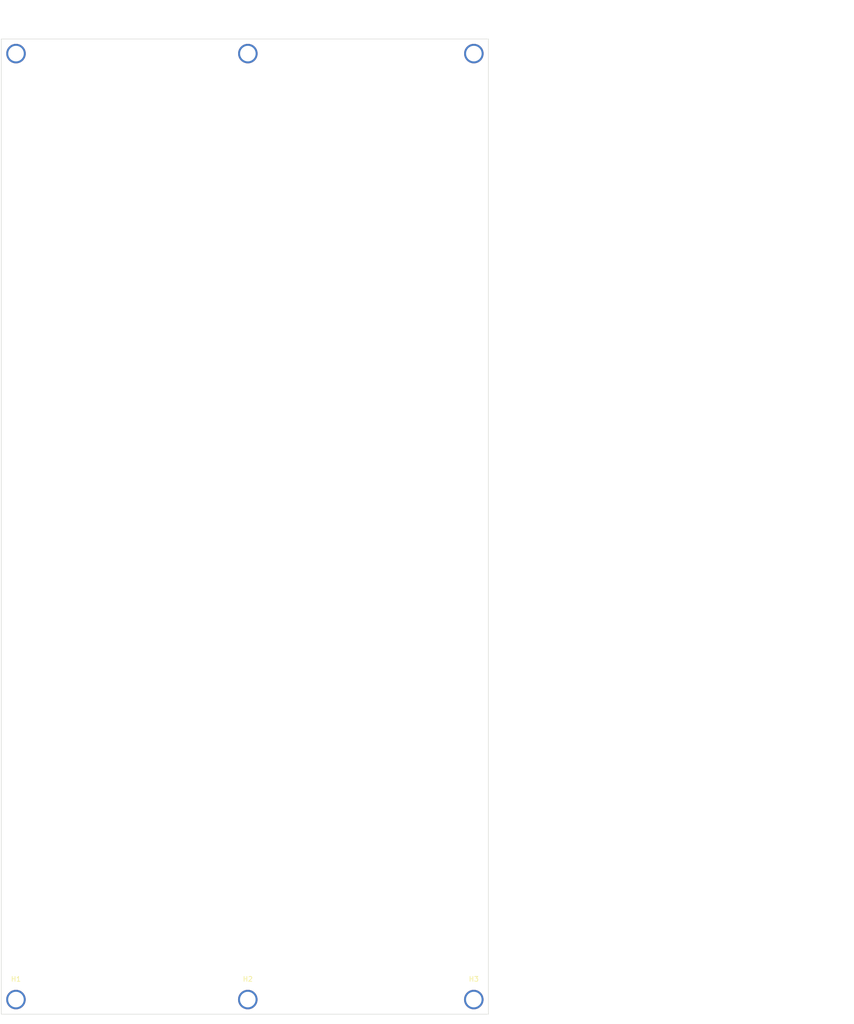
<source format=kicad_pcb>
(kicad_pcb (version 20171130) (host pcbnew "(5.1.5)-3")

  (general
    (thickness 1.6)
    (drawings 13)
    (tracks 0)
    (zones 0)
    (modules 3)
    (nets 2)
  )

  (page A4 portrait)
  (layers
    (0 F.Cu signal)
    (31 B.Cu signal)
    (32 B.Adhes user)
    (33 F.Adhes user)
    (34 B.Paste user)
    (35 F.Paste user)
    (36 B.SilkS user)
    (37 F.SilkS user)
    (38 B.Mask user)
    (39 F.Mask user)
    (40 Dwgs.User user)
    (41 Cmts.User user)
    (42 Eco1.User user)
    (43 Eco2.User user)
    (44 Edge.Cuts user)
    (45 Margin user)
    (46 B.CrtYd user)
    (47 F.CrtYd user)
    (48 B.Fab user)
    (49 F.Fab user)
  )

  (setup
    (last_trace_width 0.1524)
    (user_trace_width 0.1524)
    (user_trace_width 0.254)
    (user_trace_width 0.508)
    (user_trace_width 0.762)
    (user_trace_width 1.016)
    (trace_clearance 0.1524)
    (zone_clearance 0.508)
    (zone_45_only no)
    (trace_min 0.1524)
    (via_size 0.6858)
    (via_drill 0.3302)
    (via_min_size 0.508)
    (via_min_drill 0.254)
    (user_via 0.508 0.254)
    (user_via 0.6858 0.3302)
    (user_via 0.8 0.4)
    (uvia_size 0.508)
    (uvia_drill 0.254)
    (uvias_allowed no)
    (uvia_min_size 0.2)
    (uvia_min_drill 0.1)
    (edge_width 0.15)
    (segment_width 0.2)
    (pcb_text_width 0.3)
    (pcb_text_size 1.5 1.5)
    (mod_edge_width 0.15)
    (mod_text_size 1 1)
    (mod_text_width 0.15)
    (pad_size 1.524 1.524)
    (pad_drill 0.762)
    (pad_to_mask_clearance 0.051)
    (solder_mask_min_width 0.25)
    (aux_axis_origin 16.1 207.6)
    (grid_origin 16.1 207.6)
    (visible_elements 7FFFFFFF)
    (pcbplotparams
      (layerselection 0x010fc_ffffffff)
      (usegerberextensions false)
      (usegerberattributes false)
      (usegerberadvancedattributes false)
      (creategerberjobfile false)
      (excludeedgelayer true)
      (linewidth 0.100000)
      (plotframeref false)
      (viasonmask false)
      (mode 1)
      (useauxorigin false)
      (hpglpennumber 1)
      (hpglpenspeed 20)
      (hpglpendiameter 15.000000)
      (psnegative false)
      (psa4output false)
      (plotreference true)
      (plotvalue true)
      (plotinvisibletext false)
      (padsonsilk false)
      (subtractmaskfromsilk false)
      (outputformat 1)
      (mirror false)
      (drillshape 1)
      (scaleselection 1)
      (outputdirectory ""))
  )

  (net 0 "")
  (net 1 GND)

  (net_class Default "Ceci est la Netclass par défaut."
    (clearance 0.1524)
    (trace_width 0.1524)
    (via_dia 0.6858)
    (via_drill 0.3302)
    (uvia_dia 0.508)
    (uvia_drill 0.254)
    (add_net GND)
  )

  (module Kosmo_panel:Kosmo_Panel_Dual_Mounting_Holes locked (layer F.Cu) (tedit 5F0B1028) (tstamp 5F0B1DC6)
    (at 109.1 209.1)
    (descr "Mounting Hole 3.2mm, M3")
    (tags "mounting hole 3.2mm m3")
    (path /5F0B27C1)
    (attr virtual)
    (fp_text reference H3 (at 0 -4.2) (layer F.SilkS)
      (effects (font (size 1 1) (thickness 0.15)))
    )
    (fp_text value Panel (at 0 4.2) (layer F.Fab)
      (effects (font (size 1 1) (thickness 0.15)))
    )
    (fp_circle (center 0.0254 -193.9671) (end 3.2754 -193.9671) (layer F.CrtYd) (width 0.05))
    (fp_circle (center 0.0254 -193.9671) (end 3.0254 -193.9671) (layer Cmts.User) (width 0.15))
    (fp_text user %R (at 0.3127 -193.8782) (layer F.Fab)
      (effects (font (size 1 1) (thickness 0.15)))
    )
    (fp_text user %R (at 0.3 0) (layer F.Fab)
      (effects (font (size 1 1) (thickness 0.15)))
    )
    (fp_circle (center 0 0) (end 3 0) (layer Cmts.User) (width 0.15))
    (fp_circle (center 0 0) (end 3.25 0) (layer F.CrtYd) (width 0.05))
    (pad 1 thru_hole circle (at 0.0127 -194.0052) (size 4 4) (drill 3.2) (layers *.Cu *.Mask)
      (net 1 GND))
    (pad 1 thru_hole circle (at 0 0) (size 4 4) (drill 3.2) (layers *.Cu *.Mask)
      (net 1 GND))
  )

  (module Kosmo_panel:Kosmo_Panel_Dual_Mounting_Holes locked (layer F.Cu) (tedit 5F0B1028) (tstamp 5F0B6588)
    (at 62.7 209.1)
    (descr "Mounting Hole 3.2mm, M3")
    (tags "mounting hole 3.2mm m3")
    (path /5F0B8330)
    (attr virtual)
    (fp_text reference H2 (at 0 -4.2) (layer F.SilkS)
      (effects (font (size 1 1) (thickness 0.15)))
    )
    (fp_text value Panel (at 0 4.2) (layer F.Fab)
      (effects (font (size 1 1) (thickness 0.15)))
    )
    (fp_circle (center 0.0254 -193.9671) (end 3.2754 -193.9671) (layer F.CrtYd) (width 0.05))
    (fp_circle (center 0.0254 -193.9671) (end 3.0254 -193.9671) (layer Cmts.User) (width 0.15))
    (fp_text user %R (at 0.3127 -193.8782) (layer F.Fab)
      (effects (font (size 1 1) (thickness 0.15)))
    )
    (fp_text user %R (at 0.3 0) (layer F.Fab)
      (effects (font (size 1 1) (thickness 0.15)))
    )
    (fp_circle (center 0 0) (end 3 0) (layer Cmts.User) (width 0.15))
    (fp_circle (center 0 0) (end 3.25 0) (layer F.CrtYd) (width 0.05))
    (pad 1 thru_hole circle (at 0.0127 -194.0052) (size 4 4) (drill 3.2) (layers *.Cu *.Mask)
      (net 1 GND))
    (pad 1 thru_hole circle (at 0 0) (size 4 4) (drill 3.2) (layers *.Cu *.Mask)
      (net 1 GND))
  )

  (module Kosmo_panel:Kosmo_Panel_Dual_Mounting_Holes locked (layer F.Cu) (tedit 5F0B1028) (tstamp 5F0B670C)
    (at 15.1 209.1)
    (descr "Mounting Hole 3.2mm, M3")
    (tags "mounting hole 3.2mm m3")
    (path /5F0B50B1)
    (attr virtual)
    (fp_text reference H1 (at 0 -4.2) (layer F.SilkS)
      (effects (font (size 1 1) (thickness 0.15)))
    )
    (fp_text value Panel (at 0 4.2) (layer F.Fab)
      (effects (font (size 1 1) (thickness 0.15)))
    )
    (fp_circle (center 0.0254 -193.9671) (end 3.2754 -193.9671) (layer F.CrtYd) (width 0.05))
    (fp_circle (center 0.0254 -193.9671) (end 3.0254 -193.9671) (layer Cmts.User) (width 0.15))
    (fp_text user %R (at 0.3127 -193.8782) (layer F.Fab)
      (effects (font (size 1 1) (thickness 0.15)))
    )
    (fp_text user %R (at 0.3 0) (layer F.Fab)
      (effects (font (size 1 1) (thickness 0.15)))
    )
    (fp_circle (center 0 0) (end 3 0) (layer Cmts.User) (width 0.15))
    (fp_circle (center 0 0) (end 3.25 0) (layer F.CrtYd) (width 0.05))
    (pad 1 thru_hole circle (at 0.0127 -194.0052) (size 4 4) (drill 3.2) (layers *.Cu *.Mask)
      (net 1 GND))
    (pad 1 thru_hole circle (at 0 0) (size 4 4) (drill 3.2) (layers *.Cu *.Mask)
      (net 1 GND))
  )

  (gr_line (start 12.1 206.1) (end 112.1 206.1) (layer F.Fab) (width 0.15) (tstamp 5F359E01))
  (gr_line (start 12.1 18.1) (end 112.1 18.1) (layer F.Fab) (width 0.15))
  (dimension 25 (width 0.15) (layer F.Fab) (tstamp 5F361A79)
    (gr_text "25,000 mm" (at 74.6 4.8) (layer F.Fab) (tstamp 5F361A79)
      (effects (font (size 1 1) (thickness 0.15)))
    )
    (feature1 (pts (xy 87.1 12.1) (xy 87.1 5.513579)))
    (feature2 (pts (xy 62.1 12.1) (xy 62.1 5.513579)))
    (crossbar (pts (xy 62.1 6.1) (xy 87.1 6.1)))
    (arrow1a (pts (xy 87.1 6.1) (xy 85.973496 6.686421)))
    (arrow1b (pts (xy 87.1 6.1) (xy 85.973496 5.513579)))
    (arrow2a (pts (xy 62.1 6.1) (xy 63.226504 6.686421)))
    (arrow2b (pts (xy 62.1 6.1) (xy 63.226504 5.513579)))
  )
  (dimension 25 (width 0.15) (layer F.Fab) (tstamp 5F361A77)
    (gr_text "25,000 mm" (at 49.6 4.8) (layer F.Fab) (tstamp 5F361A77)
      (effects (font (size 1 1) (thickness 0.15)))
    )
    (feature1 (pts (xy 62.1 12.1) (xy 62.1 5.513579)))
    (feature2 (pts (xy 37.1 12.1) (xy 37.1 5.513579)))
    (crossbar (pts (xy 37.1 6.1) (xy 62.1 6.1)))
    (arrow1a (pts (xy 62.1 6.1) (xy 60.973496 6.686421)))
    (arrow1b (pts (xy 62.1 6.1) (xy 60.973496 5.513579)))
    (arrow2a (pts (xy 37.1 6.1) (xy 38.226504 6.686421)))
    (arrow2b (pts (xy 37.1 6.1) (xy 38.226504 5.513579)))
  )
  (dimension 25 (width 0.15) (layer F.Fab) (tstamp 5F361A75)
    (gr_text "25,000 mm" (at 149.6 4.8) (layer F.Fab) (tstamp 5F361A75)
      (effects (font (size 1 1) (thickness 0.15)))
    )
    (feature1 (pts (xy 162.1 12.1) (xy 162.1 5.513579)))
    (feature2 (pts (xy 137.1 12.1) (xy 137.1 5.513579)))
    (crossbar (pts (xy 137.1 6.1) (xy 162.1 6.1)))
    (arrow1a (pts (xy 162.1 6.1) (xy 160.973496 6.686421)))
    (arrow1b (pts (xy 162.1 6.1) (xy 160.973496 5.513579)))
    (arrow2a (pts (xy 137.1 6.1) (xy 138.226504 6.686421)))
    (arrow2b (pts (xy 137.1 6.1) (xy 138.226504 5.513579)))
  )
  (dimension 25 (width 0.15) (layer F.Fab) (tstamp 5F361A73)
    (gr_text "25,000 mm" (at 24.6 4.8) (layer F.Fab) (tstamp 5F361A73)
      (effects (font (size 1 1) (thickness 0.15)))
    )
    (feature1 (pts (xy 37.1 12.1) (xy 37.1 5.513579)))
    (feature2 (pts (xy 12.1 12.1) (xy 12.1 5.513579)))
    (crossbar (pts (xy 12.1 6.1) (xy 37.1 6.1)))
    (arrow1a (pts (xy 37.1 6.1) (xy 35.973496 6.686421)))
    (arrow1b (pts (xy 37.1 6.1) (xy 35.973496 5.513579)))
    (arrow2a (pts (xy 12.1 6.1) (xy 13.226504 6.686421)))
    (arrow2b (pts (xy 12.1 6.1) (xy 13.226504 5.513579)))
  )
  (dimension 25 (width 0.15) (layer F.Fab) (tstamp 5F361A71)
    (gr_text "25,000 mm" (at 174.6 4.8) (layer F.Fab) (tstamp 5F361A71)
      (effects (font (size 1 1) (thickness 0.15)))
    )
    (feature1 (pts (xy 187.1 12.1) (xy 187.1 5.513579)))
    (feature2 (pts (xy 162.1 12.1) (xy 162.1 5.513579)))
    (crossbar (pts (xy 162.1 6.1) (xy 187.1 6.1)))
    (arrow1a (pts (xy 187.1 6.1) (xy 185.973496 6.686421)))
    (arrow1b (pts (xy 187.1 6.1) (xy 185.973496 5.513579)))
    (arrow2a (pts (xy 162.1 6.1) (xy 163.226504 6.686421)))
    (arrow2b (pts (xy 162.1 6.1) (xy 163.226504 5.513579)))
  )
  (dimension 25 (width 0.15) (layer F.Fab) (tstamp 5F361A6F)
    (gr_text "25,000 mm" (at 124.6 4.8) (layer F.Fab) (tstamp 5F361A6F)
      (effects (font (size 1 1) (thickness 0.15)))
    )
    (feature1 (pts (xy 137.1 12.1) (xy 137.1 5.513579)))
    (feature2 (pts (xy 112.1 12.1) (xy 112.1 5.513579)))
    (crossbar (pts (xy 112.1 6.1) (xy 137.1 6.1)))
    (arrow1a (pts (xy 137.1 6.1) (xy 135.973496 6.686421)))
    (arrow1b (pts (xy 137.1 6.1) (xy 135.973496 5.513579)))
    (arrow2a (pts (xy 112.1 6.1) (xy 113.226504 6.686421)))
    (arrow2b (pts (xy 112.1 6.1) (xy 113.226504 5.513579)))
  )
  (dimension 25 (width 0.15) (layer F.Fab) (tstamp 5F361A6D)
    (gr_text "25,000 mm" (at 99.6 4.8) (layer F.Fab) (tstamp 5F361A6D)
      (effects (font (size 1 1) (thickness 0.15)))
    )
    (feature1 (pts (xy 112.1 12.1) (xy 112.1 5.513579)))
    (feature2 (pts (xy 87.1 12.1) (xy 87.1 5.513579)))
    (crossbar (pts (xy 87.1 6.1) (xy 112.1 6.1)))
    (arrow1a (pts (xy 112.1 6.1) (xy 110.973496 6.686421)))
    (arrow1b (pts (xy 112.1 6.1) (xy 110.973496 5.513579)))
    (arrow2a (pts (xy 87.1 6.1) (xy 88.226504 6.686421)))
    (arrow2b (pts (xy 87.1 6.1) (xy 88.226504 5.513579)))
  )
  (gr_line (start 112.1 12.1) (end 12.1 12.1) (layer Edge.Cuts) (width 0.1) (tstamp 5F0B66BA))
  (gr_line (start 112.1 212.1) (end 112.1 12.1) (layer Edge.Cuts) (width 0.1))
  (gr_line (start 12.1 212.1) (end 112.1 212.1) (layer Edge.Cuts) (width 0.1) (tstamp 5F0B1D4E))
  (gr_line (start 12.1 12.1) (end 12.1 212.1) (layer Edge.Cuts) (width 0.1))

)

</source>
